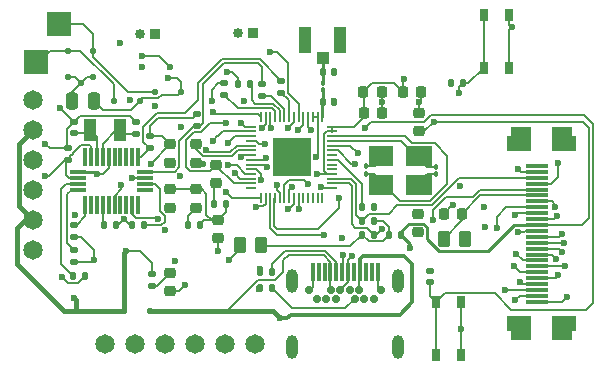
<source format=gbr>
%TF.GenerationSoftware,KiCad,Pcbnew,8.0.8*%
%TF.CreationDate,2025-02-18T14:14:41-08:00*%
%TF.ProjectId,OuterBoard_rev3.1,4f757465-7242-46f6-9172-645f72657633,rev?*%
%TF.SameCoordinates,Original*%
%TF.FileFunction,Copper,L1,Top*%
%TF.FilePolarity,Positive*%
%FSLAX46Y46*%
G04 Gerber Fmt 4.6, Leading zero omitted, Abs format (unit mm)*
G04 Created by KiCad (PCBNEW 8.0.8) date 2025-02-18 14:14:41*
%MOMM*%
%LPD*%
G01*
G04 APERTURE LIST*
G04 Aperture macros list*
%AMRoundRect*
0 Rectangle with rounded corners*
0 $1 Rounding radius*
0 $2 $3 $4 $5 $6 $7 $8 $9 X,Y pos of 4 corners*
0 Add a 4 corners polygon primitive as box body*
4,1,4,$2,$3,$4,$5,$6,$7,$8,$9,$2,$3,0*
0 Add four circle primitives for the rounded corners*
1,1,$1+$1,$2,$3*
1,1,$1+$1,$4,$5*
1,1,$1+$1,$6,$7*
1,1,$1+$1,$8,$9*
0 Add four rect primitives between the rounded corners*
20,1,$1+$1,$2,$3,$4,$5,0*
20,1,$1+$1,$4,$5,$6,$7,0*
20,1,$1+$1,$6,$7,$8,$9,0*
20,1,$1+$1,$8,$9,$2,$3,0*%
%AMFreePoly0*
4,1,17,1.053536,0.803536,1.055000,0.800000,1.055000,-1.150000,1.053536,-1.153536,1.050000,-1.155000,-0.250000,-1.155000,-0.253536,-1.153536,-0.255000,-1.150000,-0.255000,-0.805000,-1.050000,-0.805000,-1.053536,-0.803536,-1.055000,-0.800000,-1.055000,0.800000,-1.053536,0.803536,-1.050000,0.805000,1.050000,0.805000,1.053536,0.803536,1.053536,0.803536,$1*%
%AMFreePoly1*
4,1,17,1.053536,0.803536,1.055000,0.800000,1.055000,-0.800000,1.053536,-0.803536,1.050000,-0.805000,0.255000,-0.805000,0.255000,-1.150000,0.253536,-1.153536,0.250000,-1.155000,-1.050000,-1.155000,-1.053536,-1.153536,-1.055000,-1.150000,-1.055000,0.800000,-1.053536,0.803536,-1.050000,0.805000,1.050000,0.805000,1.053536,0.803536,1.053536,0.803536,$1*%
G04 Aperture macros list end*
%TA.AperFunction,SMDPad,CuDef*%
%ADD10RoundRect,0.225000X-0.225000X-0.250000X0.225000X-0.250000X0.225000X0.250000X-0.225000X0.250000X0*%
%TD*%
%TA.AperFunction,ComponentPad*%
%ADD11C,1.650000*%
%TD*%
%TA.AperFunction,SMDPad,CuDef*%
%ADD12RoundRect,0.100000X0.100000X-0.130000X0.100000X0.130000X-0.100000X0.130000X-0.100000X-0.130000X0*%
%TD*%
%TA.AperFunction,SMDPad,CuDef*%
%ADD13RoundRect,0.140000X-0.170000X0.140000X-0.170000X-0.140000X0.170000X-0.140000X0.170000X0.140000X0*%
%TD*%
%TA.AperFunction,SMDPad,CuDef*%
%ADD14RoundRect,0.225000X0.250000X-0.225000X0.250000X0.225000X-0.250000X0.225000X-0.250000X-0.225000X0*%
%TD*%
%TA.AperFunction,SMDPad,CuDef*%
%ADD15RoundRect,0.140000X0.170000X-0.140000X0.170000X0.140000X-0.170000X0.140000X-0.170000X-0.140000X0*%
%TD*%
%TA.AperFunction,SMDPad,CuDef*%
%ADD16RoundRect,0.225000X-0.250000X0.225000X-0.250000X-0.225000X0.250000X-0.225000X0.250000X0.225000X0*%
%TD*%
%TA.AperFunction,SMDPad,CuDef*%
%ADD17R,1.050000X2.200000*%
%TD*%
%TA.AperFunction,SMDPad,CuDef*%
%ADD18R,1.050000X1.000000*%
%TD*%
%TA.AperFunction,SMDPad,CuDef*%
%ADD19R,0.350000X1.620000*%
%TD*%
%TA.AperFunction,ComponentPad*%
%ADD20C,0.700000*%
%TD*%
%TA.AperFunction,ComponentPad*%
%ADD21O,1.000000X2.000000*%
%TD*%
%TA.AperFunction,SMDPad,CuDef*%
%ADD22RoundRect,0.135000X0.135000X0.185000X-0.135000X0.185000X-0.135000X-0.185000X0.135000X-0.185000X0*%
%TD*%
%TA.AperFunction,SMDPad,CuDef*%
%ADD23RoundRect,0.218750X0.256250X-0.218750X0.256250X0.218750X-0.256250X0.218750X-0.256250X-0.218750X0*%
%TD*%
%TA.AperFunction,SMDPad,CuDef*%
%ADD24RoundRect,0.135000X-0.135000X-0.185000X0.135000X-0.185000X0.135000X0.185000X-0.135000X0.185000X0*%
%TD*%
%TA.AperFunction,SMDPad,CuDef*%
%ADD25R,1.968000X0.312000*%
%TD*%
%TA.AperFunction,SMDPad,CuDef*%
%ADD26R,1.968000X0.300000*%
%TD*%
%TA.AperFunction,SMDPad,CuDef*%
%ADD27FreePoly0,270.000000*%
%TD*%
%TA.AperFunction,SMDPad,CuDef*%
%ADD28FreePoly0,90.000000*%
%TD*%
%TA.AperFunction,SMDPad,CuDef*%
%ADD29FreePoly1,90.000000*%
%TD*%
%TA.AperFunction,SMDPad,CuDef*%
%ADD30FreePoly1,270.000000*%
%TD*%
%TA.AperFunction,SMDPad,CuDef*%
%ADD31RoundRect,0.100000X-0.100000X0.130000X-0.100000X-0.130000X0.100000X-0.130000X0.100000X0.130000X0*%
%TD*%
%TA.AperFunction,SMDPad,CuDef*%
%ADD32RoundRect,0.125000X-0.125000X0.125000X-0.125000X-0.125000X0.125000X-0.125000X0.125000X0.125000X0*%
%TD*%
%TA.AperFunction,SMDPad,CuDef*%
%ADD33RoundRect,0.135000X0.185000X-0.135000X0.185000X0.135000X-0.185000X0.135000X-0.185000X-0.135000X0*%
%TD*%
%TA.AperFunction,SMDPad,CuDef*%
%ADD34RoundRect,0.125000X0.125000X0.125000X-0.125000X0.125000X-0.125000X-0.125000X0.125000X-0.125000X0*%
%TD*%
%TA.AperFunction,SMDPad,CuDef*%
%ADD35RoundRect,0.218750X-0.256250X0.218750X-0.256250X-0.218750X0.256250X-0.218750X0.256250X0.218750X0*%
%TD*%
%TA.AperFunction,SMDPad,CuDef*%
%ADD36RoundRect,0.250000X0.262500X0.450000X-0.262500X0.450000X-0.262500X-0.450000X0.262500X-0.450000X0*%
%TD*%
%TA.AperFunction,SMDPad,CuDef*%
%ADD37RoundRect,0.140000X-0.140000X-0.170000X0.140000X-0.170000X0.140000X0.170000X-0.140000X0.170000X0*%
%TD*%
%TA.AperFunction,ComponentPad*%
%ADD38R,2.000000X2.000000*%
%TD*%
%TA.AperFunction,ComponentPad*%
%ADD39R,0.850000X0.850000*%
%TD*%
%TA.AperFunction,ComponentPad*%
%ADD40C,0.850000*%
%TD*%
%TA.AperFunction,SMDPad,CuDef*%
%ADD41RoundRect,0.140000X0.140000X0.170000X-0.140000X0.170000X-0.140000X-0.170000X0.140000X-0.170000X0*%
%TD*%
%TA.AperFunction,SMDPad,CuDef*%
%ADD42R,0.300000X1.494000*%
%TD*%
%TA.AperFunction,SMDPad,CuDef*%
%ADD43R,1.456000X0.300000*%
%TD*%
%TA.AperFunction,SMDPad,CuDef*%
%ADD44RoundRect,0.135000X-0.185000X0.135000X-0.185000X-0.135000X0.185000X-0.135000X0.185000X0.135000X0*%
%TD*%
%TA.AperFunction,SMDPad,CuDef*%
%ADD45R,2.294000X1.682000*%
%TD*%
%TA.AperFunction,SMDPad,CuDef*%
%ADD46R,2.040000X1.682000*%
%TD*%
%TA.AperFunction,SMDPad,CuDef*%
%ADD47RoundRect,0.125000X-0.125000X-0.125000X0.125000X-0.125000X0.125000X0.125000X-0.125000X0.125000X0*%
%TD*%
%TA.AperFunction,SMDPad,CuDef*%
%ADD48R,1.100000X1.900000*%
%TD*%
%TA.AperFunction,SMDPad,CuDef*%
%ADD49RoundRect,0.250000X0.250000X0.475000X-0.250000X0.475000X-0.250000X-0.475000X0.250000X-0.475000X0*%
%TD*%
%TA.AperFunction,SMDPad,CuDef*%
%ADD50R,0.711200X0.990600*%
%TD*%
%TA.AperFunction,SMDPad,CuDef*%
%ADD51RoundRect,0.225000X0.225000X0.250000X-0.225000X0.250000X-0.225000X-0.250000X0.225000X-0.250000X0*%
%TD*%
%TA.AperFunction,SMDPad,CuDef*%
%ADD52RoundRect,0.050000X-0.050000X0.387500X-0.050000X-0.387500X0.050000X-0.387500X0.050000X0.387500X0*%
%TD*%
%TA.AperFunction,SMDPad,CuDef*%
%ADD53RoundRect,0.050000X-0.387500X0.050000X-0.387500X-0.050000X0.387500X-0.050000X0.387500X0.050000X0*%
%TD*%
%TA.AperFunction,HeatsinkPad*%
%ADD54R,3.200000X3.200000*%
%TD*%
%TA.AperFunction,ViaPad*%
%ADD55C,0.600000*%
%TD*%
%TA.AperFunction,Conductor*%
%ADD56C,0.200000*%
%TD*%
%TA.AperFunction,Conductor*%
%ADD57C,0.254000*%
%TD*%
%TA.AperFunction,Conductor*%
%ADD58C,0.400000*%
%TD*%
%TA.AperFunction,Conductor*%
%ADD59C,0.300000*%
%TD*%
G04 APERTURE END LIST*
D10*
%TO.P,C32,1*%
%TO.N,+3.3V*%
X137464200Y-82677000D03*
%TO.P,C32,2*%
%TO.N,GND*%
X139014200Y-82677000D03*
%TD*%
D11*
%TO.P,J2,1*%
%TO.N,GPIO45*%
X115620800Y-104013000D03*
%TO.P,J2,2*%
%TO.N,GPIO46*%
X118160800Y-104013000D03*
%TO.P,J2,3*%
%TO.N,IO21{slash}USER_LED*%
X120700800Y-104013000D03*
%TO.P,J2,4*%
%TO.N,D10{slash}A10{slash}MOSI*%
X123240800Y-104013000D03*
%TO.P,J2,5*%
%TO.N,D9{slash}A9{slash}MISO*%
X125780800Y-104013000D03*
%TO.P,J2,6*%
%TO.N,D8{slash}A8{slash}SCK*%
X128320800Y-104013000D03*
%TD*%
D12*
%TO.P,C43,1*%
%TO.N,Net-(U9-XTAL_P)*%
X137693400Y-89626400D03*
%TO.P,C43,2*%
%TO.N,GND*%
X137693400Y-88986400D03*
%TD*%
D13*
%TO.P,R13,1*%
%TO.N,+3.3V*%
X143078200Y-97868800D03*
%TO.P,R13,2*%
%TO.N,CHIP_EN*%
X143078200Y-98828800D03*
%TD*%
D14*
%TO.P,C9,1*%
%TO.N,+2V8*%
X142138400Y-86030400D03*
%TO.P,C9,2*%
%TO.N,GND*%
X142138400Y-84480400D03*
%TD*%
D15*
%TO.P,C31,1*%
%TO.N,Net-(U8-XOUT32)*%
X118217000Y-86230400D03*
%TO.P,C31,2*%
%TO.N,GND*%
X118217000Y-85270400D03*
%TD*%
D16*
%TO.P,C40,1*%
%TO.N,+3.3V*%
X123266200Y-87144600D03*
%TO.P,C40,2*%
%TO.N,GND*%
X123266200Y-88694600D03*
%TD*%
D17*
%TO.P,ANT1,GND1*%
%TO.N,GND*%
X132535000Y-78335000D03*
%TO.P,ANT1,GND2*%
X135485000Y-78335000D03*
D18*
%TO.P,ANT1,SIG*%
%TO.N,Net-(ANT1-PadSIG)*%
X134010000Y-79860000D03*
%TD*%
D16*
%TO.P,C39,1*%
%TO.N,+3.3V*%
X121132600Y-87144600D03*
%TO.P,C39,2*%
%TO.N,GND*%
X121132600Y-88694600D03*
%TD*%
D19*
%TO.P,J42,A1,GND*%
%TO.N,GND*%
X133178400Y-97933000D03*
%TO.P,J42,A2,SSTXP1*%
%TO.N,unconnected-(J42-SSTXP1-PadA2)*%
X133678400Y-97933000D03*
%TO.P,J42,A3,SSTXN1*%
%TO.N,unconnected-(J42-SSTXN1-PadA3)*%
X134178400Y-97933000D03*
%TO.P,J42,A4,VBUS*%
%TO.N,+5V*%
X134678400Y-97933000D03*
%TO.P,J42,A5,CC1*%
%TO.N,Net-(J42-CC1)*%
X135178400Y-97933000D03*
%TO.P,J42,A6,DP1*%
%TO.N,USB_DP*%
X135678400Y-97933000D03*
%TO.P,J42,A7,DN1*%
%TO.N,USB_DN*%
X136178400Y-97933000D03*
%TO.P,J42,A8,SBU1*%
%TO.N,unconnected-(J42-SBU1-PadA8)*%
X136678400Y-97933000D03*
%TO.P,J42,A9,VBUS__1*%
%TO.N,+5V*%
X137178400Y-97933000D03*
%TO.P,J42,A10,SSRXN2*%
%TO.N,unconnected-(J42-SSRXN2-PadA10)*%
X137678400Y-97933000D03*
%TO.P,J42,A11,SSRXP2*%
%TO.N,unconnected-(J42-SSRXP2-PadA11)*%
X138178400Y-97933000D03*
%TO.P,J42,A12,GND__1*%
%TO.N,GND*%
X138678400Y-97933000D03*
D20*
%TO.P,J42,B1,GND__2*%
X138978400Y-99503000D03*
%TO.P,J42,B2,SSTXP2*%
%TO.N,unconnected-(J42-SSTXP2-PadB2)*%
X138328400Y-100203000D03*
%TO.P,J42,B3,SSTXN2*%
%TO.N,unconnected-(J42-SSTXN2-PadB3)*%
X137528400Y-100203000D03*
%TO.P,J42,B4,VBUS__2*%
%TO.N,+5V*%
X137128400Y-99503000D03*
%TO.P,J42,B5,CC2*%
%TO.N,Net-(J42-CC2)*%
X136728400Y-100203000D03*
%TO.P,J42,B6,DP2*%
%TO.N,USB_DP*%
X136328400Y-99503000D03*
%TO.P,J42,B7,DN2*%
%TO.N,USB_DN*%
X135528400Y-99503000D03*
%TO.P,J42,B8,SBU2*%
%TO.N,unconnected-(J42-SBU2-PadB8)*%
X135128400Y-100203000D03*
%TO.P,J42,B9,VBUS__3*%
%TO.N,+5V*%
X134728400Y-99503000D03*
%TO.P,J42,B10,SSRXN1*%
%TO.N,unconnected-(J42-SSRXN1-PadB10)*%
X134328400Y-100203000D03*
%TO.P,J42,B11,SSRXP1*%
%TO.N,unconnected-(J42-SSRXP1-PadB11)*%
X133528400Y-100203000D03*
%TO.P,J42,B12,GND__3*%
%TO.N,GND*%
X132878400Y-99503000D03*
D21*
%TO.P,J42,SH1,SHIELD*%
X131428400Y-98703000D03*
%TO.P,J42,SH2,SHIELD__1*%
X140428400Y-98703000D03*
%TO.P,J42,SH3,SHIELD__2*%
X131428400Y-104303000D03*
%TO.P,J42,SH4,SHIELD__3*%
X140428400Y-104303000D03*
%TD*%
D22*
%TO.P,R21,1*%
%TO.N,Net-(J42-CC2)*%
X129743200Y-99314000D03*
%TO.P,R21,2*%
%TO.N,GND*%
X128723200Y-99314000D03*
%TD*%
D23*
%TO.P,D8,1,K*%
%TO.N,GND*%
X121107200Y-99568100D03*
%TO.P,D8,2,A*%
%TO.N,Net-(D8-A)*%
X121107200Y-97993100D03*
%TD*%
D16*
%TO.P,C37,1*%
%TO.N,+3.3V*%
X125145800Y-93560600D03*
%TO.P,C37,2*%
%TO.N,GND*%
X125145800Y-95110600D03*
%TD*%
D24*
%TO.P,R6,1*%
%TO.N,Net-(R6-Pad1)*%
X139670600Y-94818200D03*
%TO.P,R6,2*%
%TO.N,+2V8*%
X140690600Y-94818200D03*
%TD*%
D25*
%TO.P,J10,1,1*%
%TO.N,unconnected-(J10-Pad1)*%
X152171500Y-88972600D03*
D26*
%TO.P,J10,2,2*%
%TO.N,GND*%
X152171500Y-89466600D03*
%TO.P,J10,3,3*%
%TO.N,MTDO{slash}IO40{slash}CAM_SDA*%
X152171500Y-89966600D03*
%TO.P,J10,4,4*%
%TO.N,Net-(FB1-Pad2)*%
X152171500Y-90466600D03*
%TO.P,J10,5,5*%
%TO.N,MTCK{slash}IO39{slash}CAM_SCL*%
X152171500Y-90966600D03*
%TO.P,J10,6,6*%
%TO.N,CAM_RESET*%
X152171500Y-91466600D03*
%TO.P,J10,7,7*%
%TO.N,IO38{slash}DVP_VSYNC*%
X152171500Y-91966600D03*
%TO.P,J10,8,8*%
%TO.N,Net-(J10-Pad8)*%
X152171500Y-92466600D03*
%TO.P,J10,9,9*%
%TO.N,IO47{slash}DVP_HREF*%
X152171500Y-92966600D03*
%TO.P,J10,10,10*%
%TO.N,+1V8*%
X152171500Y-93466600D03*
%TO.P,J10,11,11*%
%TO.N,+2V8*%
X152171500Y-93966600D03*
%TO.P,J10,12,12*%
%TO.N,IO48{slash}DVP_Y9*%
X152171500Y-94466600D03*
%TO.P,J10,13,13*%
%TO.N,IO10{slash}XMCLK*%
X152171500Y-94966600D03*
%TO.P,J10,14,14*%
%TO.N,IO11{slash}DVP_Y8*%
X152171500Y-95466600D03*
%TO.P,J10,15,15*%
%TO.N,GND*%
X152171500Y-95966600D03*
%TO.P,J10,16,16*%
%TO.N,IO12{slash}DVP_Y7*%
X152171500Y-96466600D03*
%TO.P,J10,17,17*%
%TO.N,IO13{slash}DVP_PCLK*%
X152171500Y-96966600D03*
%TO.P,J10,18,18*%
%TO.N,IO14{slash}DVP_Y6*%
X152171500Y-97466600D03*
%TO.P,J10,19,19*%
%TO.N,IO15{slash}DVP_Y2*%
X152171500Y-97966600D03*
%TO.P,J10,20,20*%
%TO.N,IO16{slash}DVP_Y5*%
X152171500Y-98466600D03*
%TO.P,J10,21,21*%
%TO.N,IO17{slash}DVP_Y3*%
X152171500Y-98966600D03*
%TO.P,J10,22,22*%
%TO.N,IO18{slash}DVP_Y4*%
X152171500Y-99466600D03*
%TO.P,J10,23,23*%
%TO.N,GND*%
X152171500Y-99966600D03*
%TO.P,J10,24,24*%
%TO.N,Net-(D7-K)*%
X152171500Y-100466600D03*
D27*
%TO.P,J10,S1*%
%TO.N,N/C*%
X150787500Y-86716600D03*
D28*
X154298500Y-102717600D03*
D29*
%TO.P,J10,S2*%
X154298500Y-86717600D03*
D30*
X150787500Y-102716600D03*
%TD*%
D31*
%TO.P,C45,1*%
%TO.N,Net-(U9-XTAL_N)*%
X143586200Y-89037200D03*
%TO.P,C45,2*%
%TO.N,GND*%
X143586200Y-89677200D03*
%TD*%
D32*
%TO.P,D2,1,K*%
%TO.N,Net-(D2-K)*%
X114554000Y-79222600D03*
%TO.P,D2,2,A*%
%TO.N,GNDPWR*%
X114554000Y-81422600D03*
%TD*%
D33*
%TO.P,R3,1*%
%TO.N,D3{slash}A3*%
X128879600Y-83009200D03*
%TO.P,R3,2*%
%TO.N,BNO_SCL*%
X128879600Y-81989200D03*
%TD*%
D10*
%TO.P,C42,1*%
%TO.N,+3.3V*%
X137502600Y-84505800D03*
%TO.P,C42,2*%
%TO.N,GND*%
X139052600Y-84505800D03*
%TD*%
D34*
%TO.P,D3,1,K*%
%TO.N,VCC*%
X118516400Y-83464400D03*
%TO.P,D3,2,A*%
%TO.N,Net-(D1-K)*%
X116316400Y-83464400D03*
%TD*%
D33*
%TO.P,R20,1*%
%TO.N,D5{slash}I2C_SCL*%
X125704600Y-82983800D03*
%TO.P,R20,2*%
%TO.N,BNO_RST*%
X125704600Y-81963800D03*
%TD*%
D22*
%TO.P,R7,1*%
%TO.N,Net-(R6-Pad1)*%
X138379200Y-93624400D03*
%TO.P,R7,2*%
%TO.N,MTDO{slash}IO40{slash}CAM_SDA*%
X137359200Y-93624400D03*
%TD*%
%TO.P,R26,1*%
%TO.N,Net-(J42-CC1)*%
X129743200Y-97967800D03*
%TO.P,R26,2*%
%TO.N,GND*%
X128723200Y-97967800D03*
%TD*%
D35*
%TO.P,D9,1,K*%
%TO.N,IO21{slash}USER_LED*%
X124993400Y-88849200D03*
%TO.P,D9,2,A*%
%TO.N,Net-(D9-A)*%
X124993400Y-90424200D03*
%TD*%
D15*
%TO.P,C30,1*%
%TO.N,Net-(U8-XIN32)*%
X112933800Y-86207600D03*
%TO.P,C30,2*%
%TO.N,GND*%
X112933800Y-85247600D03*
%TD*%
D36*
%TO.P,R8,1*%
%TO.N,Net-(R6-Pad1)*%
X128832500Y-95680000D03*
%TO.P,R8,2*%
%TO.N,+3.3V*%
X127007500Y-95680000D03*
%TD*%
D37*
%TO.P,C29,1*%
%TO.N,Net-(U8-CAP)*%
X115521800Y-94005400D03*
%TO.P,C29,2*%
%TO.N,GND*%
X116481800Y-94005400D03*
%TD*%
D38*
%TO.P,TP1,1,1*%
%TO.N,Net-(D1-K)*%
X109728000Y-80137000D03*
%TD*%
D39*
%TO.P,J3,1,1*%
%TO.N,+BATT1*%
X119837200Y-77800200D03*
D40*
%TO.P,J3,2,2*%
%TO.N,GNDPWR*%
X118587200Y-77800200D03*
%TD*%
D41*
%TO.P,C41,1*%
%TO.N,+3.3V*%
X123593800Y-93954600D03*
%TO.P,C41,2*%
%TO.N,GND*%
X122633800Y-93954600D03*
%TD*%
D16*
%TO.P,C36,1*%
%TO.N,+3.3V*%
X121132600Y-90954600D03*
%TO.P,C36,2*%
%TO.N,GND*%
X121132600Y-92504600D03*
%TD*%
D22*
%TO.P,R22,1*%
%TO.N,+3.3V*%
X113893600Y-98272600D03*
%TO.P,R22,2*%
%TO.N,Net-(U8-NBOOT_LOAD_PIN)*%
X112873600Y-98272600D03*
%TD*%
D24*
%TO.P,R31,1*%
%TO.N,Net-(U9-U0TXD)*%
X137361200Y-92456000D03*
%TO.P,R31,2*%
%TO.N,TX_D6*%
X138381200Y-92456000D03*
%TD*%
D14*
%TO.P,C18,1*%
%TO.N,+3.3V*%
X142087600Y-94577200D03*
%TO.P,C18,2*%
%TO.N,GND*%
X142087600Y-93027200D03*
%TD*%
D24*
%TO.P,R9,1*%
%TO.N,Net-(R6-Pad1)*%
X137361200Y-94792800D03*
%TO.P,R9,2*%
%TO.N,MTCK{slash}IO39{slash}CAM_SCL*%
X138381200Y-94792800D03*
%TD*%
D36*
%TO.P,R10,1*%
%TO.N,+3.3V*%
X146098900Y-95123000D03*
%TO.P,R10,2*%
%TO.N,CAM_RESET*%
X144273900Y-95123000D03*
%TD*%
D39*
%TO.P,J4,1,1*%
%TO.N,+BATT2*%
X128117600Y-77749400D03*
D40*
%TO.P,J4,2,2*%
%TO.N,GNDPWR*%
X126867600Y-77749400D03*
%TD*%
D37*
%TO.P,R14,1*%
%TO.N,+3.3V*%
X144909600Y-81965800D03*
%TO.P,R14,2*%
%TO.N,GPIO0*%
X145869600Y-81965800D03*
%TD*%
D38*
%TO.P,TP2,1,1*%
%TO.N,Net-(D2-K)*%
X111683800Y-76962000D03*
%TD*%
D22*
%TO.P,R18,1*%
%TO.N,Net-(U8-COM3)*%
X118924800Y-94005400D03*
%TO.P,R18,2*%
%TO.N,GND*%
X117904800Y-94005400D03*
%TD*%
D42*
%TO.P,U8,1*%
%TO.N,N/C*%
X113900200Y-88184200D03*
D43*
%TO.P,U8,2,GND*%
%TO.N,GND*%
X113322200Y-89481200D03*
%TO.P,U8,3,VDD*%
%TO.N,+3.3V*%
X113322200Y-89981200D03*
%TO.P,U8,4,NBOOT_LOAD_PIN*%
%TO.N,Net-(U8-NBOOT_LOAD_PIN)*%
X113322200Y-90481200D03*
%TO.P,U8,5,PS1*%
%TO.N,Net-(U8-PS1)*%
X113322200Y-90981200D03*
D42*
%TO.P,U8,6,PS0*%
%TO.N,Net-(U8-PS0)*%
X113900200Y-92278200D03*
%TO.P,U8,7*%
%TO.N,N/C*%
X114400200Y-92278200D03*
%TO.P,U8,8*%
X114900200Y-92278200D03*
%TO.P,U8,9,CAP*%
%TO.N,Net-(U8-CAP)*%
X115400200Y-92278200D03*
%TO.P,U8,10,PIN10*%
%TO.N,unconnected-(U8-PIN10-Pad10)*%
X115900200Y-92278200D03*
%TO.P,U8,11,NRESET*%
%TO.N,BNO_RST*%
X116400200Y-92278200D03*
%TO.P,U8,12*%
%TO.N,N/C*%
X116900200Y-92278200D03*
%TO.P,U8,13*%
X117400200Y-92278200D03*
%TO.P,U8,14,INT*%
%TO.N,BNO_INT*%
X117900200Y-92278200D03*
%TO.P,U8,15,PIN15*%
%TO.N,unconnected-(U8-PIN15-Pad15)*%
X118400200Y-92278200D03*
D43*
%TO.P,U8,16,PIN16*%
%TO.N,unconnected-(U8-PIN16-Pad16)*%
X118978200Y-90981200D03*
%TO.P,U8,17,COM3*%
%TO.N,Net-(U8-COM3)*%
X118978200Y-90481200D03*
%TO.P,U8,18,COM2*%
%TO.N,GND*%
X118978200Y-89981200D03*
%TO.P,U8,19,COM1*%
%TO.N,BNO_SCL*%
X118978200Y-89481200D03*
D42*
%TO.P,U8,20,COM0*%
%TO.N,BNO_SDA*%
X118400200Y-88184200D03*
%TO.P,U8,21*%
%TO.N,N/C*%
X117900200Y-88184200D03*
%TO.P,U8,22*%
X117400200Y-88184200D03*
%TO.P,U8,23*%
X116900200Y-88184200D03*
%TO.P,U8,24*%
X116400200Y-88184200D03*
%TO.P,U8,25,GNDIO*%
%TO.N,GND*%
X115900200Y-88184200D03*
%TO.P,U8,26,XOUT32*%
%TO.N,Net-(U8-XOUT32)*%
X115400200Y-88184200D03*
%TO.P,U8,27,XIN32*%
%TO.N,Net-(U8-XIN32)*%
X114900200Y-88184200D03*
%TO.P,U8,28,VDDIO*%
%TO.N,+3.3V*%
X114400200Y-88184200D03*
%TD*%
D12*
%TO.P,L1,1,1*%
%TO.N,Net-(U9-LNA_IN)*%
X134010000Y-82580000D03*
%TO.P,L1,2,2*%
%TO.N,Net-(ANT1-PadSIG)*%
X134010000Y-81940000D03*
%TD*%
D24*
%TO.P,R15,1*%
%TO.N,Net-(D9-A)*%
X124837000Y-92202000D03*
%TO.P,R15,2*%
%TO.N,+3.3V*%
X125857000Y-92202000D03*
%TD*%
D44*
%TO.P,R16,1*%
%TO.N,Net-(U8-PS1)*%
X112953800Y-96060800D03*
%TO.P,R16,2*%
%TO.N,GND*%
X112953800Y-97080800D03*
%TD*%
D45*
%TO.P,Y2,1,1*%
%TO.N,Net-(U9-XTAL_N)*%
X142155800Y-88158400D03*
D46*
%TO.P,Y2,2,GND*%
%TO.N,GND*%
X138988800Y-88158400D03*
%TO.P,Y2,3,3*%
%TO.N,Net-(U9-XTAL_P)*%
X138988800Y-90540400D03*
D45*
%TO.P,Y2,4,GND*%
%TO.N,GND*%
X142155800Y-90540400D03*
%TD*%
D22*
%TO.P,R2,1*%
%TO.N,D4{slash}I2C_SDA*%
X127840200Y-81991200D03*
%TO.P,R2,2*%
%TO.N,BNO_INT*%
X126820200Y-81991200D03*
%TD*%
D32*
%TO.P,D1,1,K*%
%TO.N,Net-(D1-K)*%
X112420400Y-79222600D03*
%TO.P,D1,2,A*%
%TO.N,GNDPWR*%
X112420400Y-81422600D03*
%TD*%
D37*
%TO.P,C35,1*%
%TO.N,Net-(U9-LNA_IN)*%
X134015600Y-83515200D03*
%TO.P,C35,2*%
%TO.N,GND*%
X134975600Y-83515200D03*
%TD*%
D33*
%TO.P,R23,1*%
%TO.N,Net-(D8-A)*%
X119583200Y-99114800D03*
%TO.P,R23,2*%
%TO.N,VDC*%
X119583200Y-98094800D03*
%TD*%
D10*
%TO.P,C17,1*%
%TO.N,+3.3V*%
X140779200Y-82677000D03*
%TO.P,C17,2*%
%TO.N,GND*%
X142329200Y-82677000D03*
%TD*%
D33*
%TO.P,R19,1*%
%TO.N,D2{slash}A2*%
X130530600Y-82755200D03*
%TO.P,R19,2*%
%TO.N,BNO_SDA*%
X130530600Y-81735200D03*
%TD*%
D47*
%TO.P,D5,1,K*%
%TO.N,VDC*%
X117162400Y-101244400D03*
%TO.P,D5,2,A*%
%TO.N,+5V*%
X119362400Y-101244400D03*
%TD*%
D44*
%TO.P,R17,1*%
%TO.N,Net-(U8-PS0)*%
X112953800Y-93927200D03*
%TO.P,R17,2*%
%TO.N,GND*%
X112953800Y-94947200D03*
%TD*%
D48*
%TO.P,Y1,1*%
%TO.N,Net-(U8-XOUT32)*%
X116820000Y-85928200D03*
%TO.P,Y1,2*%
%TO.N,Net-(U8-XIN32)*%
X114320000Y-85928200D03*
%TD*%
D49*
%TO.P,C1,1*%
%TO.N,VCC*%
X114691200Y-83464400D03*
%TO.P,C1,2*%
%TO.N,GNDPWR*%
X112791200Y-83464400D03*
%TD*%
D50*
%TO.P,SW3,1,1*%
%TO.N,CHIP_EN*%
X143611600Y-105003600D03*
%TO.P,SW3,2,2*%
X143611600Y-100503598D03*
%TO.P,SW3,3,3*%
%TO.N,GND*%
X145761598Y-105003600D03*
%TO.P,SW3,4,4*%
X145761598Y-100503598D03*
%TD*%
D37*
%TO.P,C33,1*%
%TO.N,Net-(ANT1-PadSIG)*%
X134015600Y-81000000D03*
%TO.P,C33,2*%
%TO.N,GND*%
X134975600Y-81000000D03*
%TD*%
D34*
%TO.P,D4,1,K*%
%TO.N,VCC*%
X121996200Y-82727800D03*
%TO.P,D4,2,A*%
%TO.N,Net-(D2-K)*%
X119796200Y-82727800D03*
%TD*%
D44*
%TO.P,R12,1*%
%TO.N,+3.3V*%
X119380000Y-86459600D03*
%TO.P,R12,2*%
%TO.N,BNO_SDA*%
X119380000Y-87479600D03*
%TD*%
D50*
%TO.P,SW1,1,1*%
%TO.N,GPIO0*%
X147667401Y-80659801D03*
%TO.P,SW1,2,2*%
X147667401Y-76159799D03*
%TO.P,SW1,3,3*%
%TO.N,GND*%
X149817399Y-80659801D03*
%TO.P,SW1,4,4*%
X149817399Y-76159799D03*
%TD*%
D16*
%TO.P,C34,1*%
%TO.N,+3.3V*%
X123266200Y-90954600D03*
%TO.P,C34,2*%
%TO.N,GND*%
X123266200Y-92504600D03*
%TD*%
D44*
%TO.P,R11,1*%
%TO.N,+3.3V*%
X123342400Y-84556600D03*
%TO.P,R11,2*%
%TO.N,BNO_SCL*%
X123342400Y-85576600D03*
%TD*%
D15*
%TO.P,C28,1*%
%TO.N,+3.3V*%
X112420400Y-88440200D03*
%TO.P,C28,2*%
%TO.N,GND*%
X112420400Y-87480200D03*
%TD*%
D51*
%TO.P,C15,1*%
%TO.N,CAM_RESET*%
X145822000Y-93014800D03*
%TO.P,C15,2*%
%TO.N,GND*%
X144272000Y-93014800D03*
%TD*%
D11*
%TO.P,J1,1*%
%TO.N,GNDPWR*%
X109524800Y-96113600D03*
%TO.P,J1,2*%
%TO.N,VDC*%
X109524800Y-93573600D03*
%TO.P,J1,3*%
%TO.N,D1{slash}A1*%
X109524800Y-91033600D03*
%TO.P,J1,4*%
%TO.N,GNDPWR*%
X109524800Y-88493600D03*
%TO.P,J1,5*%
%TO.N,VDC*%
X109524800Y-85953600D03*
%TO.P,J1,6*%
%TO.N,D0{slash}A0*%
X109524800Y-83413600D03*
%TD*%
D52*
%TO.P,U9,1,LNA_IN*%
%TO.N,Net-(U9-LNA_IN)*%
X133987500Y-84811300D03*
%TO.P,U9,2,VDD3P3*%
%TO.N,Net-(C38-Pad1)*%
X133587500Y-84811300D03*
%TO.P,U9,3,VDD3P3*%
X133187500Y-84811300D03*
%TO.P,U9,4,CHIP_PU*%
%TO.N,CHIP_EN*%
X132787500Y-84811300D03*
%TO.P,U9,5,GPIO0*%
%TO.N,GPIO0*%
X132387500Y-84811300D03*
%TO.P,U9,6,GPIO1*%
%TO.N,D0{slash}A0*%
X131987500Y-84811300D03*
%TO.P,U9,7,GPIO2*%
%TO.N,D1{slash}A1*%
X131587500Y-84811300D03*
%TO.P,U9,8,GPIO3*%
%TO.N,D2{slash}A2*%
X131187500Y-84811300D03*
%TO.P,U9,9,GPIO4*%
%TO.N,D3{slash}A3*%
X130787500Y-84811300D03*
%TO.P,U9,10,GPIO5*%
%TO.N,D4{slash}I2C_SDA*%
X130387500Y-84811300D03*
%TO.P,U9,11,GPIO6*%
%TO.N,D5{slash}I2C_SCL*%
X129987500Y-84811300D03*
%TO.P,U9,12,GPIO7*%
%TO.N,D8{slash}A8{slash}SCK*%
X129587500Y-84811300D03*
%TO.P,U9,13,GPIO8*%
%TO.N,D9{slash}A9{slash}MISO*%
X129187500Y-84811300D03*
%TO.P,U9,14,GPIO9*%
%TO.N,D10{slash}A10{slash}MOSI*%
X128787500Y-84811300D03*
D53*
%TO.P,U9,15,GPIO10*%
%TO.N,IO10{slash}XMCLK*%
X127950000Y-85648800D03*
%TO.P,U9,16,GPIO11*%
%TO.N,IO11{slash}DVP_Y8*%
X127950000Y-86048800D03*
%TO.P,U9,17,GPIO12*%
%TO.N,IO12{slash}DVP_Y7*%
X127950000Y-86448800D03*
%TO.P,U9,18,GPIO13*%
%TO.N,IO13{slash}DVP_PCLK*%
X127950000Y-86848800D03*
%TO.P,U9,19,GPIO14*%
%TO.N,IO14{slash}DVP_Y6*%
X127950000Y-87248800D03*
%TO.P,U9,20,VDD3P3_RTC*%
%TO.N,+3.3V*%
X127950000Y-87648800D03*
%TO.P,U9,21,XTAL_32K_P*%
%TO.N,IO15{slash}DVP_Y2*%
X127950000Y-88048800D03*
%TO.P,U9,22,XTAL_32K_N*%
%TO.N,IO16{slash}DVP_Y5*%
X127950000Y-88448800D03*
%TO.P,U9,23,GPIO17*%
%TO.N,IO17{slash}DVP_Y3*%
X127950000Y-88848800D03*
%TO.P,U9,24,GPIO18*%
%TO.N,IO18{slash}DVP_Y4*%
X127950000Y-89248800D03*
%TO.P,U9,25,GPIO19*%
%TO.N,USB_DN*%
X127950000Y-89648800D03*
%TO.P,U9,26,GPIO20*%
%TO.N,USB_DP*%
X127950000Y-90048800D03*
%TO.P,U9,27,GPIO21*%
%TO.N,IO21{slash}USER_LED*%
X127950000Y-90448800D03*
%TO.P,U9,28,SPICS1*%
%TO.N,unconnected-(U9-SPICS1-Pad28)*%
X127950000Y-90848800D03*
D52*
%TO.P,U9,29,VDD_SPI*%
%TO.N,VDD_SPI*%
X128787500Y-91686300D03*
%TO.P,U9,30,SPIHD*%
%TO.N,SPIHD*%
X129187500Y-91686300D03*
%TO.P,U9,31,SPIWP*%
%TO.N,SPIWP*%
X129587500Y-91686300D03*
%TO.P,U9,32,SPICS0*%
%TO.N,SPICS0*%
X129987500Y-91686300D03*
%TO.P,U9,33,SPICLK*%
%TO.N,SPICLK*%
X130387500Y-91686300D03*
%TO.P,U9,34,SPIQ*%
%TO.N,SPIQ*%
X130787500Y-91686300D03*
%TO.P,U9,35,SPID*%
%TO.N,SPID*%
X131187500Y-91686300D03*
%TO.P,U9,36,SPICLK_N*%
%TO.N,IO48{slash}DVP_Y9*%
X131587500Y-91686300D03*
%TO.P,U9,37,SPICLK_P*%
%TO.N,IO47{slash}DVP_HREF*%
X131987500Y-91686300D03*
%TO.P,U9,38,GPIO33*%
%TO.N,GPIO33*%
X132387500Y-91686300D03*
%TO.P,U9,39,GPIO34*%
%TO.N,GPIO34*%
X132787500Y-91686300D03*
%TO.P,U9,40,GPIO35*%
%TO.N,GPIO35*%
X133187500Y-91686300D03*
%TO.P,U9,41,GPIO36*%
%TO.N,GPIO36*%
X133587500Y-91686300D03*
%TO.P,U9,42,GPIO37*%
%TO.N,GPIO37*%
X133987500Y-91686300D03*
D53*
%TO.P,U9,43,GPIO38*%
%TO.N,IO38{slash}DVP_VSYNC*%
X134825000Y-90848800D03*
%TO.P,U9,44,MTCK*%
%TO.N,MTCK{slash}IO39{slash}CAM_SCL*%
X134825000Y-90448800D03*
%TO.P,U9,45,MTDO*%
%TO.N,MTDO{slash}IO40{slash}CAM_SDA*%
X134825000Y-90048800D03*
%TO.P,U9,46,VDD3P3_CPU*%
%TO.N,+3.3V*%
X134825000Y-89648800D03*
%TO.P,U9,47,MTDI*%
%TO.N,MTDI{slash}IO41{slash}PDM_DATA*%
X134825000Y-89248800D03*
%TO.P,U9,48,MTMS*%
%TO.N,MTMS{slash}IO42{slash}PDM_CLK*%
X134825000Y-88848800D03*
%TO.P,U9,49,U0TXD*%
%TO.N,Net-(U9-U0TXD)*%
X134825000Y-88448800D03*
%TO.P,U9,50,U0RXD*%
%TO.N,RX_D7*%
X134825000Y-88048800D03*
%TO.P,U9,51,GPIO45*%
%TO.N,GPIO45*%
X134825000Y-87648800D03*
%TO.P,U9,52,GPIO46*%
%TO.N,GPIO46*%
X134825000Y-87248800D03*
%TO.P,U9,53,XTAL_N*%
%TO.N,Net-(U9-XTAL_N)*%
X134825000Y-86848800D03*
%TO.P,U9,54,XTAL_P*%
%TO.N,Net-(U9-XTAL_P)*%
X134825000Y-86448800D03*
%TO.P,U9,55,VDDA*%
%TO.N,+3.3V*%
X134825000Y-86048800D03*
%TO.P,U9,56,VDDA*%
X134825000Y-85648800D03*
D54*
%TO.P,U9,57,GND*%
%TO.N,GND*%
X131387500Y-88248800D03*
%TD*%
D55*
%TO.N,GND*%
X147726400Y-94157800D03*
X114935000Y-89611200D03*
X121132600Y-92504600D03*
X142111489Y-93007223D03*
X121488200Y-97002600D03*
X145669000Y-90678000D03*
X154263252Y-96239441D03*
X123910000Y-88790000D03*
X120802400Y-88646600D03*
X110540800Y-87096600D03*
X150320000Y-100336400D03*
X145084800Y-92284600D03*
X150571200Y-89230200D03*
X113030000Y-93116400D03*
X128730000Y-97690000D03*
X142028800Y-90476900D03*
X147650200Y-92456000D03*
X117889684Y-89981291D03*
X123266200Y-92532200D03*
X131069477Y-88457575D03*
X111749000Y-84037600D03*
X139238800Y-88206400D03*
X122047000Y-85648800D03*
X128652394Y-99384806D03*
X135485000Y-78335000D03*
X132535000Y-78335000D03*
X134970000Y-80990000D03*
X134970000Y-83510000D03*
X114681000Y-96926400D03*
X125196600Y-96164400D03*
X122351800Y-99034600D03*
X135661400Y-95097600D03*
X139065000Y-83540600D03*
X117201071Y-93477539D03*
X145770600Y-102743000D03*
X121943122Y-89829707D03*
X142189200Y-83540600D03*
X150012400Y-77241400D03*
%TO.N,VCC*%
X120954800Y-81538800D03*
%TO.N,+2V8*%
X143408400Y-85242400D03*
X141452600Y-95885000D03*
%TO.N,VDC*%
X117396700Y-96139000D03*
X113004600Y-100152200D03*
X121107200Y-80568800D03*
X118688700Y-79618800D03*
%TO.N,Net-(D7-K)*%
X154686000Y-100101400D03*
%TO.N,+3.3V*%
X140944600Y-81584800D03*
X123266200Y-90954600D03*
X126100000Y-96920000D03*
X120802400Y-87096600D03*
X146098900Y-95123000D03*
X111988600Y-98348800D03*
X144909600Y-81965800D03*
X142087600Y-94589600D03*
X119483800Y-88793400D03*
X123153000Y-87031400D03*
X133527800Y-89662000D03*
X110515400Y-89814400D03*
X143078200Y-97866200D03*
%TO.N,+1V8*%
X153847800Y-93192600D03*
X120700800Y-94411800D03*
%TO.N,Net-(C38-Pad1)*%
X133444702Y-88239600D03*
%TO.N,+5V*%
X130429000Y-101879400D03*
%TO.N,IO21{slash}USER_LED*%
X125830000Y-85308799D03*
%TO.N,Net-(FB1-Pad2)*%
X153949400Y-88722200D03*
%TO.N,USB_DP*%
X135712200Y-96520000D03*
X126586400Y-89603665D03*
%TO.N,USB_DN*%
X136525000Y-96570800D03*
X125984000Y-88900000D03*
%TO.N,MTCK{slash}IO39{slash}CAM_SCL*%
X139013899Y-94285101D03*
X143370000Y-93550000D03*
%TO.N,IO38{slash}DVP_VSYNC*%
X133858000Y-90728800D03*
X153725086Y-92450272D03*
%TO.N,Net-(J10-Pad8)*%
X148742400Y-94183200D03*
%TO.N,IO47{slash}DVP_HREF*%
X131987500Y-92597090D03*
X150342600Y-93141800D03*
%TO.N,IO48{slash}DVP_Y9*%
X131054076Y-92574211D03*
X150520400Y-94564200D03*
%TO.N,IO10{slash}XMCLK*%
X127127615Y-85308799D03*
X154300000Y-94700000D03*
%TO.N,IO11{slash}DVP_Y8*%
X124715600Y-86848296D03*
X154440000Y-95490000D03*
%TO.N,IO12{slash}DVP_Y7*%
X153810000Y-96840000D03*
X125984000Y-87020400D03*
%TO.N,IO13{slash}DVP_PCLK*%
X129164567Y-87102167D03*
X150418800Y-96443800D03*
%TO.N,IO14{slash}DVP_Y6*%
X154514600Y-97455000D03*
X124160450Y-87606201D03*
%TO.N,IO15{slash}DVP_Y2*%
X127076200Y-88206000D03*
X150215600Y-97434400D03*
%TO.N,IO16{slash}DVP_Y5*%
X153970000Y-98240000D03*
X129235200Y-88288500D03*
%TO.N,IO17{slash}DVP_Y3*%
X129330301Y-89044545D03*
X150710000Y-98792400D03*
%TO.N,IO18{slash}DVP_Y4*%
X149450000Y-99441000D03*
X128839742Y-90170878D03*
%TO.N,CHIP_EN*%
X133030300Y-85939200D03*
X137591800Y-85725000D03*
%TO.N,BNO_INT*%
X120091200Y-93421200D03*
X125933200Y-81049800D03*
%TO.N,D1{slash}A1*%
X131108400Y-85750400D03*
%TO.N,D0{slash}A0*%
X129592400Y-79324200D03*
%TO.N,GPIO0*%
X131953000Y-85928200D03*
X145592800Y-82753200D03*
%TO.N,BNO_RST*%
X116967000Y-90601800D03*
X124661600Y-83439000D03*
%TO.N,D8{slash}A8{slash}SCK*%
X129641600Y-85750400D03*
%TO.N,D9{slash}A9{slash}MISO*%
X128843704Y-85733896D03*
%TO.N,D10{slash}A10{slash}MOSI*%
X124714000Y-84404200D03*
%TO.N,VDD_SPI*%
X125830000Y-91135200D03*
%TO.N,SPIHD*%
X128357314Y-92410849D03*
%TO.N,SPIWP*%
X134162800Y-94818200D03*
%TO.N,SPICS0*%
X135432900Y-91643200D03*
%TO.N,SPICLK*%
X130149600Y-90576400D03*
%TO.N,SPIQ*%
X132791200Y-90500200D03*
%TO.N,SPID*%
X131445000Y-90754200D03*
%TO.N,GNDPWR*%
X118688700Y-80568800D03*
X117668297Y-83398103D03*
X127345704Y-83494601D03*
X113583130Y-81940400D03*
X119820552Y-83885375D03*
X116890800Y-78536800D03*
%TO.N,GPIO45*%
X136753600Y-88773000D03*
%TO.N,GPIO46*%
X136982200Y-87884000D03*
%TD*%
D56*
%TO.N,GND*%
X145761598Y-105003600D02*
X145761598Y-102752002D01*
X131387500Y-88248800D02*
X131387500Y-88246300D01*
X111749000Y-84037600D02*
X111749000Y-84062800D01*
D57*
X142087600Y-93027200D02*
X142091512Y-93027200D01*
D56*
X149817399Y-77046399D02*
X150012400Y-77241400D01*
X116673210Y-94005400D02*
X116481800Y-94005400D01*
X150807600Y-89466600D02*
X150571200Y-89230200D01*
D57*
X114935000Y-89611200D02*
X114805000Y-89481200D01*
D56*
X150689800Y-99966600D02*
X152171500Y-99966600D01*
X131069477Y-88457575D02*
X131278252Y-88248800D01*
X122633800Y-93164600D02*
X123266200Y-92532200D01*
X123814600Y-88694600D02*
X123910000Y-88790000D01*
D57*
X134975600Y-83515200D02*
X134975200Y-83515200D01*
D56*
X142329200Y-83400600D02*
X142189200Y-83540600D01*
X143586200Y-89677200D02*
X142828500Y-89677200D01*
X139052600Y-84505800D02*
X139052600Y-83553000D01*
X121132600Y-88694600D02*
X120850400Y-88694600D01*
X110540800Y-87096600D02*
X110924400Y-87480200D01*
X145761598Y-102733998D02*
X145770600Y-102743000D01*
X149817399Y-80659801D02*
X149817399Y-77436401D01*
X145084800Y-92284600D02*
X145002200Y-92284600D01*
X113455600Y-84725800D02*
X112933800Y-85247600D01*
X112371400Y-85810000D02*
X112371400Y-87431200D01*
D57*
X134975600Y-80995600D02*
X134970000Y-80990000D01*
D56*
X121818300Y-99568100D02*
X122351800Y-99034600D01*
X138678400Y-99203000D02*
X138978400Y-99503000D01*
D57*
X142091512Y-93027200D02*
X142111489Y-93007223D01*
D56*
X131387500Y-88246300D02*
X131394200Y-88239600D01*
X139014200Y-83489800D02*
X139065000Y-83540600D01*
D57*
X132535000Y-78335000D02*
X132535000Y-78315000D01*
D56*
X120850400Y-88694600D02*
X120802400Y-88646600D01*
D57*
X134975600Y-81000000D02*
X134975600Y-80995600D01*
D56*
X128652394Y-99384806D02*
X128723200Y-99314000D01*
X110924400Y-87480200D02*
X112420400Y-87480200D01*
X125145800Y-96113600D02*
X125196600Y-96164400D01*
X121107200Y-99568100D02*
X121818300Y-99568100D01*
X149817399Y-76159799D02*
X149817399Y-77046399D01*
X150320000Y-100336400D02*
X150689800Y-99966600D01*
X128723200Y-97967800D02*
X128723200Y-97696800D01*
X153990411Y-95966600D02*
X152171500Y-95966600D01*
X142828500Y-89677200D02*
X142028800Y-90476900D01*
X139014200Y-82677000D02*
X139014200Y-83489800D01*
X117889684Y-89981291D02*
X117889775Y-89981200D01*
X115900200Y-89131200D02*
X115900200Y-88184200D01*
X117672400Y-84725800D02*
X118217000Y-85270400D01*
X152171500Y-89466600D02*
X150807600Y-89466600D01*
X112953800Y-94947200D02*
X113565400Y-94947200D01*
X138678400Y-97933000D02*
X138678400Y-99203000D01*
X111749000Y-84062800D02*
X112933800Y-85247600D01*
X137693400Y-88986400D02*
X138458800Y-88986400D01*
X115420200Y-89611200D02*
X115900200Y-89131200D01*
X112953800Y-97080800D02*
X114526600Y-97080800D01*
X114526600Y-97080800D02*
X114681000Y-96926400D01*
X123266200Y-88694600D02*
X123814600Y-88694600D01*
D57*
X114805000Y-89481200D02*
X113322200Y-89481200D01*
D56*
X117201071Y-93477539D02*
X116673210Y-94005400D01*
D57*
X135490000Y-78340000D02*
X135485000Y-78335000D01*
D56*
X142138400Y-83591400D02*
X142189200Y-83540600D01*
X128723200Y-97696800D02*
X128730000Y-97690000D01*
X114681000Y-96062800D02*
X114681000Y-96926400D01*
X142138400Y-84480400D02*
X142138400Y-83591400D01*
X142329200Y-82677000D02*
X142329200Y-83400600D01*
X131278252Y-88248800D02*
X131387500Y-88248800D01*
X145002200Y-92284600D02*
X144272000Y-93014800D01*
X117672400Y-84725800D02*
X113455600Y-84725800D01*
X117889775Y-89981200D02*
X118978200Y-89981200D01*
X125145800Y-95110600D02*
X125145800Y-96113600D01*
X154263252Y-96239441D02*
X153990411Y-95966600D01*
X133180000Y-97934600D02*
X133180000Y-99201400D01*
X145761598Y-102752002D02*
X145770600Y-102743000D01*
X113565400Y-94947200D02*
X114681000Y-96062800D01*
X122633800Y-93954600D02*
X122633800Y-93164600D01*
X117201071Y-93477539D02*
X117728932Y-94005400D01*
X112371400Y-85810000D02*
X112933800Y-85247600D01*
X133178400Y-97933000D02*
X133180000Y-97934600D01*
X128723200Y-97967800D02*
X128600200Y-97967800D01*
X149817399Y-77436401D02*
X150012400Y-77241400D01*
X123266200Y-92504600D02*
X123266200Y-92532200D01*
X117728932Y-94005400D02*
X117904800Y-94005400D01*
X133180000Y-99201400D02*
X132878400Y-99503000D01*
D57*
X134975200Y-83515200D02*
X134970000Y-83510000D01*
D56*
X139052600Y-83553000D02*
X139065000Y-83540600D01*
X138458800Y-88986400D02*
X139238800Y-88206400D01*
X112371400Y-87431200D02*
X112420400Y-87480200D01*
X114935000Y-89611200D02*
X115420200Y-89611200D01*
X145761598Y-100503598D02*
X145761598Y-102733998D01*
D57*
%TO.N,Net-(ANT1-PadSIG)*%
X134015600Y-81934400D02*
X134010000Y-81940000D01*
X134010000Y-79860000D02*
X134010000Y-80994400D01*
X134015600Y-81000000D02*
X134015600Y-81934400D01*
X134010000Y-80994400D02*
X134015600Y-81000000D01*
D56*
%TO.N,VCC*%
X120080988Y-83230200D02*
X120380188Y-82931000D01*
X114691200Y-83464400D02*
X115453200Y-84226400D01*
X121996200Y-81866200D02*
X121668800Y-81538800D01*
X118516400Y-83464400D02*
X118750600Y-83230200D01*
X115453200Y-84226400D02*
X117754400Y-84226400D01*
X117754400Y-84226400D02*
X118516400Y-83464400D01*
X118750600Y-83230200D02*
X120080988Y-83230200D01*
X120380188Y-82931000D02*
X121793000Y-82931000D01*
X121793000Y-82931000D02*
X121996200Y-82727800D01*
X121668800Y-81538800D02*
X120954800Y-81538800D01*
X121996200Y-82727800D02*
X121996200Y-81866200D01*
%TO.N,+2V8*%
X156057600Y-85242400D02*
X143408400Y-85242400D01*
X156543400Y-93418000D02*
X156543400Y-85728200D01*
X152171500Y-93966600D02*
X155994800Y-93966600D01*
X142138400Y-86030400D02*
X142620400Y-86030400D01*
X155994800Y-93966600D02*
X156543400Y-93418000D01*
D57*
X141452600Y-95580200D02*
X140690600Y-94818200D01*
X140690600Y-94498201D02*
X141341001Y-93847800D01*
D56*
X156543400Y-85728200D02*
X156057600Y-85242400D01*
D57*
X141341001Y-93847800D02*
X142552764Y-93847800D01*
X140690600Y-94818200D02*
X140690600Y-94498201D01*
X148030093Y-96164400D02*
X150259693Y-93934800D01*
X150259693Y-93934800D02*
X152139700Y-93934800D01*
X142552764Y-93847800D02*
X142842000Y-94137036D01*
D56*
X142620400Y-86030400D02*
X143408400Y-85242400D01*
D57*
X143840200Y-96164400D02*
X148030093Y-96164400D01*
X142842000Y-94137036D02*
X142842000Y-95166200D01*
X142842000Y-95166200D02*
X143840200Y-96164400D01*
X152139700Y-93934800D02*
X152171500Y-93966600D01*
X141452600Y-95885000D02*
X141452600Y-95580200D01*
D56*
%TO.N,VDC*%
X121107200Y-80568800D02*
X120157200Y-79618800D01*
D58*
X113157000Y-101244400D02*
X112115600Y-101244400D01*
X108347400Y-92396200D02*
X108347400Y-87131000D01*
D56*
X119583200Y-97205800D02*
X119583200Y-98094800D01*
D58*
X108788200Y-93573600D02*
X109524800Y-93573600D01*
X112115600Y-101244400D02*
X108127800Y-97256600D01*
X113157000Y-101244400D02*
X113157000Y-100304600D01*
D56*
X117396700Y-96139000D02*
X118516400Y-96139000D01*
D58*
X113157000Y-100304600D02*
X113004600Y-100152200D01*
X108127800Y-94234000D02*
X108788200Y-93573600D01*
D56*
X118516400Y-96139000D02*
X119583200Y-97205800D01*
D58*
X117162400Y-101244400D02*
X117162400Y-96373300D01*
X108347400Y-87131000D02*
X109524800Y-85953600D01*
X117162400Y-96373300D02*
X117396700Y-96139000D01*
X117162400Y-101244400D02*
X113157000Y-101244400D01*
X109524800Y-93573600D02*
X108347400Y-92396200D01*
X108127800Y-97256600D02*
X108127800Y-94234000D01*
D56*
X120157200Y-79618800D02*
X118688700Y-79618800D01*
%TO.N,Net-(D7-K)*%
X154686000Y-100101400D02*
X154320800Y-100466600D01*
X154320800Y-100466600D02*
X152171500Y-100466600D01*
%TO.N,+3.3V*%
X142087600Y-94577200D02*
X142087600Y-94589600D01*
X112749000Y-88012600D02*
X112420400Y-88341200D01*
X126330800Y-88163400D02*
X126845400Y-87648800D01*
X140051800Y-81949600D02*
X140779200Y-82677000D01*
X123901200Y-88163400D02*
X124531832Y-88163400D01*
X112245200Y-88440200D02*
X112420400Y-88440200D01*
X123266200Y-87144600D02*
X123266200Y-87528400D01*
X120447600Y-86459600D02*
X121132600Y-87144600D01*
X127007500Y-95680000D02*
X127007500Y-96012500D01*
X125857000Y-92849400D02*
X125145800Y-93560600D01*
X125857000Y-92202000D02*
X125857000Y-92849400D01*
X113588800Y-87172800D02*
X112982800Y-87778800D01*
X120081568Y-84886800D02*
X119380000Y-85588368D01*
X112318800Y-88541800D02*
X112420400Y-88440200D01*
X119380000Y-85588368D02*
X119380000Y-86459600D01*
X124155200Y-91338400D02*
X123771400Y-90954600D01*
X134811800Y-89662000D02*
X134825000Y-89648800D01*
X140779200Y-81750200D02*
X140944600Y-81584800D01*
X125454968Y-88163400D02*
X126330800Y-88163400D01*
X124624800Y-93560600D02*
X124155200Y-93091000D01*
X119380000Y-86459600D02*
X120447600Y-86459600D01*
X137464200Y-82677000D02*
X138191600Y-81949600D01*
X112982800Y-87778800D02*
X112982800Y-87786618D01*
X112484800Y-98845000D02*
X111988600Y-98348800D01*
X123342400Y-84556600D02*
X123012200Y-84886800D01*
X123012200Y-84886800D02*
X120081568Y-84886800D01*
X134825000Y-86048800D02*
X134825000Y-85648800D01*
X112420400Y-88341200D02*
X112420400Y-88440200D01*
X137502600Y-82715400D02*
X137464200Y-82677000D01*
X124531832Y-88163400D02*
X124535932Y-88159300D01*
X140779200Y-82677000D02*
X140779200Y-81750200D01*
X112564200Y-89981200D02*
X113322200Y-89981200D01*
X134135100Y-89425444D02*
X134135100Y-86272156D01*
X114400200Y-87298400D02*
X114274600Y-87172800D01*
X137502600Y-84823600D02*
X136677400Y-85648800D01*
X136677400Y-85648800D02*
X134825000Y-85648800D01*
X112318800Y-89735800D02*
X112564200Y-89981200D01*
X112318800Y-89735800D02*
X112318800Y-88541800D01*
X124155200Y-93091000D02*
X124155200Y-91338400D01*
X126845400Y-87648800D02*
X127950000Y-87648800D01*
X123974800Y-93573600D02*
X125132800Y-93573600D01*
X133527800Y-89662000D02*
X134811800Y-89662000D01*
X143078200Y-97868800D02*
X143078200Y-97866200D01*
X137502600Y-84505800D02*
X137502600Y-84823600D01*
X134135100Y-86272156D02*
X134358456Y-86048800D01*
X137502600Y-84505800D02*
X137502600Y-82715400D01*
X134831400Y-86055200D02*
X134825000Y-86048800D01*
X119483800Y-88793400D02*
X121132600Y-87144600D01*
X110515400Y-89814400D02*
X110871000Y-89814400D01*
X125132800Y-93573600D02*
X125145800Y-93560600D01*
X125450868Y-88159300D02*
X125454968Y-88163400D01*
X127007500Y-96012500D02*
X126100000Y-96920000D01*
X134825000Y-89648800D02*
X134358456Y-89648800D01*
X125145800Y-93560600D02*
X124624800Y-93560600D01*
X114274600Y-87172800D02*
X113588800Y-87172800D01*
X123593800Y-93954600D02*
X123974800Y-93573600D01*
X124535932Y-88159300D02*
X125450868Y-88159300D01*
X113893600Y-98272600D02*
X113321200Y-98845000D01*
X123771400Y-90954600D02*
X123266200Y-90954600D01*
X112756818Y-88012600D02*
X112749000Y-88012600D01*
X123266200Y-90954600D02*
X121132600Y-90954600D01*
X112982800Y-87786618D02*
X112756818Y-88012600D01*
X134358456Y-86048800D02*
X134825000Y-86048800D01*
X138191600Y-81949600D02*
X140051800Y-81949600D01*
X110871000Y-89814400D02*
X112245200Y-88440200D01*
X123266200Y-87528400D02*
X123901200Y-88163400D01*
X114400200Y-88184200D02*
X114400200Y-87298400D01*
X113321200Y-98845000D02*
X112484800Y-98845000D01*
X134358456Y-89648800D02*
X134135100Y-89425444D01*
%TO.N,CAM_RESET*%
X145822000Y-93574900D02*
X145822000Y-93014800D01*
X147370200Y-91466600D02*
X152171500Y-91466600D01*
X144273900Y-95123000D02*
X145822000Y-93574900D01*
X145822000Y-93014800D02*
X147370200Y-91466600D01*
%TO.N,+1V8*%
X153573800Y-93466600D02*
X153847800Y-93192600D01*
X152171500Y-93466600D02*
X153573800Y-93466600D01*
%TO.N,Net-(U8-CAP)*%
X115400200Y-93883800D02*
X115521800Y-94005400D01*
X115400200Y-92278200D02*
X115400200Y-93883800D01*
%TO.N,Net-(U8-XIN32)*%
X112933800Y-86207600D02*
X114040600Y-86207600D01*
X114900200Y-86508400D02*
X114900200Y-88184200D01*
X114040600Y-86207600D02*
X114320000Y-85928200D01*
X114320000Y-85928200D02*
X114900200Y-86508400D01*
%TO.N,Net-(U8-XOUT32)*%
X117122200Y-86230400D02*
X116820000Y-85928200D01*
X116560600Y-85928200D02*
X115400200Y-87088600D01*
X116820000Y-85928200D02*
X116560600Y-85928200D01*
X115400200Y-87088600D02*
X115400200Y-88184200D01*
X118217000Y-86230400D02*
X117122200Y-86230400D01*
%TO.N,Net-(U9-LNA_IN)*%
X134010400Y-83510000D02*
X134015600Y-83515200D01*
X133987500Y-83543300D02*
X134015600Y-83515200D01*
D57*
X134015600Y-83515200D02*
X134015600Y-82585600D01*
D56*
X134015600Y-82585600D02*
X134010000Y-82580000D01*
D57*
X133987500Y-84811300D02*
X133987500Y-83543300D01*
D56*
%TO.N,Net-(C38-Pad1)*%
X133587500Y-84811300D02*
X133587500Y-88096802D01*
X133587500Y-88096802D02*
X133444702Y-88239600D01*
X133587500Y-84811300D02*
X133187500Y-84811300D01*
%TO.N,Net-(U9-XTAL_P)*%
X139115800Y-90476900D02*
X140568900Y-91930000D01*
X144581616Y-88091416D02*
X143555200Y-87065000D01*
X137693400Y-89626400D02*
X138388300Y-89626400D01*
X138388300Y-89626400D02*
X139238800Y-90476900D01*
X143555200Y-87065000D02*
X141573400Y-87065000D01*
X143130000Y-91930000D02*
X144581616Y-90478384D01*
X141573400Y-87065000D02*
X140957200Y-86448800D01*
X140568900Y-91930000D02*
X143130000Y-91930000D01*
X144581616Y-90478384D02*
X144581616Y-88091416D01*
X140957200Y-86448800D02*
X134825000Y-86448800D01*
%TO.N,Net-(U9-XTAL_N)*%
X142859600Y-89037200D02*
X142028800Y-88206400D01*
X143586200Y-89037200D02*
X142859600Y-89037200D01*
X140671200Y-86848800D02*
X142028800Y-88206400D01*
X134825000Y-86848800D02*
X140671200Y-86848800D01*
%TO.N,Net-(D1-K)*%
X113487200Y-79222600D02*
X112420400Y-79222600D01*
X116316400Y-83464400D02*
X116316400Y-82051800D01*
X110896400Y-79222600D02*
X112420400Y-79222600D01*
X109728000Y-80137000D02*
X109982000Y-80137000D01*
X109982000Y-80137000D02*
X110896400Y-79222600D01*
X116316400Y-82051800D02*
X113487200Y-79222600D01*
%TO.N,Net-(D2-K)*%
X114554000Y-79781400D02*
X114554000Y-79222600D01*
X117500400Y-82727800D02*
X114554000Y-79781400D01*
X113715800Y-76962000D02*
X114554000Y-77800200D01*
X111683800Y-76962000D02*
X113715800Y-76962000D01*
X114554000Y-77800200D02*
X114554000Y-79222600D01*
X119796200Y-82727800D02*
X117500400Y-82727800D01*
D59*
%TO.N,+5V*%
X141605000Y-100507800D02*
X140563600Y-101549200D01*
D56*
X134678400Y-97066368D02*
X134100232Y-96488200D01*
D59*
X131013200Y-101879400D02*
X130429000Y-101879400D01*
D58*
X125160000Y-101244400D02*
X129794000Y-101244400D01*
D59*
X137178400Y-96843200D02*
X137450800Y-96570800D01*
D56*
X134100232Y-96488200D02*
X131130000Y-96488200D01*
D59*
X137450800Y-96570800D02*
X140893800Y-96570800D01*
D56*
X125921192Y-101244400D02*
X125160000Y-101244400D01*
D59*
X131343400Y-101549200D02*
X131013200Y-101879400D01*
D56*
X131130000Y-96488200D02*
X130676000Y-96942200D01*
X130676000Y-96942200D02*
X130676000Y-97906608D01*
D59*
X140563600Y-101549200D02*
X131343400Y-101549200D01*
D56*
X134678400Y-97933000D02*
X134678400Y-97066368D01*
X130676000Y-97906608D02*
X129942608Y-98640000D01*
D59*
X137178400Y-97933000D02*
X137178400Y-96843200D01*
D58*
X129794000Y-101244400D02*
X130429000Y-101879400D01*
X119362400Y-101244400D02*
X125160000Y-101244400D01*
D56*
X137128400Y-99503000D02*
X137128400Y-97983000D01*
X128525592Y-98640000D02*
X125921192Y-101244400D01*
D59*
X140893800Y-96570800D02*
X141605000Y-97282000D01*
D56*
X134678400Y-99453000D02*
X134728400Y-99503000D01*
X134678400Y-97933000D02*
X134678400Y-99453000D01*
X129942608Y-98640000D02*
X128525592Y-98640000D01*
X137178400Y-99453000D02*
X137128400Y-99503000D01*
D59*
X141605000Y-97282000D02*
X141605000Y-100507800D01*
D56*
X137128400Y-97983000D02*
X137178400Y-97933000D01*
%TO.N,IO21{slash}USER_LED*%
X122798000Y-89397000D02*
X122453400Y-89052400D01*
X124993400Y-88849200D02*
X124993400Y-88950800D01*
X124993400Y-88849200D02*
X124445600Y-89397000D01*
X124993400Y-88950800D02*
X126491400Y-90448800D01*
X124446608Y-85344000D02*
X125794799Y-85344000D01*
X123691608Y-86099000D02*
X124446608Y-85344000D01*
X122453400Y-89052400D02*
X122453400Y-86784800D01*
X123139200Y-86099000D02*
X123691608Y-86099000D01*
X125794799Y-85344000D02*
X125830000Y-85308799D01*
X124445600Y-89397000D02*
X122798000Y-89397000D01*
X122453400Y-86784800D02*
X123139200Y-86099000D01*
X126491400Y-90448800D02*
X127950000Y-90448800D01*
%TO.N,Net-(D9-A)*%
X124993400Y-90424200D02*
X124841000Y-90576600D01*
X124841000Y-90576600D02*
X124841000Y-92198000D01*
X124841000Y-92198000D02*
X124837000Y-92202000D01*
%TO.N,Net-(FB1-Pad2)*%
X153949400Y-89872700D02*
X153355500Y-90466600D01*
X153355500Y-90466600D02*
X152171500Y-90466600D01*
X153949400Y-88722200D02*
X153949400Y-89872700D01*
%TO.N,USB_DP*%
X127031535Y-90048800D02*
X127950000Y-90048800D01*
X135712200Y-96520000D02*
X135712200Y-97899200D01*
X135712200Y-97899200D02*
X135678400Y-97933000D01*
X126586400Y-89603665D02*
X127031535Y-90048800D01*
%TO.N,USB_DN*%
X126734656Y-88900000D02*
X125984000Y-88900000D01*
X136178400Y-97933000D02*
X136178400Y-98798000D01*
X127483456Y-89648800D02*
X126734656Y-88900000D01*
X127950000Y-89648800D02*
X127483456Y-89648800D01*
X135528400Y-99448000D02*
X135528400Y-99503000D01*
X136178400Y-98798000D02*
X135528400Y-99448000D01*
X136178400Y-96917400D02*
X136525000Y-96570800D01*
X136178400Y-97933000D02*
X136178400Y-96917400D01*
%TO.N,MTDO{slash}IO40{slash}CAM_SDA*%
X140328600Y-92310000D02*
X139610200Y-93028400D01*
X137955200Y-93028400D02*
X137359200Y-93624400D01*
X152171500Y-89966600D02*
X145599188Y-89966600D01*
X139610200Y-93028400D02*
X137955200Y-93028400D01*
X136378400Y-90048800D02*
X134825000Y-90048800D01*
X137359200Y-93624400D02*
X136838800Y-93104000D01*
X136838800Y-93104000D02*
X136838800Y-90509200D01*
X143255788Y-92310000D02*
X140328600Y-92310000D01*
X136838800Y-90509200D02*
X136378400Y-90048800D01*
X145599188Y-89966600D02*
X143255788Y-92310000D01*
%TO.N,MTCK{slash}IO39{slash}CAM_SCL*%
X136788800Y-94220400D02*
X136486400Y-93918000D01*
X146720631Y-91617800D02*
X147371831Y-90966600D01*
X137808800Y-94220400D02*
X136788800Y-94220400D01*
X143370000Y-92710000D02*
X144462200Y-91617800D01*
X138406600Y-94818200D02*
X138381200Y-94792800D01*
X136280032Y-90448800D02*
X134825000Y-90448800D01*
X138506200Y-94792800D02*
X139013899Y-94285101D01*
X136486400Y-90655168D02*
X136280032Y-90448800D01*
X138381200Y-94792800D02*
X138506200Y-94792800D01*
X147371831Y-90966600D02*
X152171500Y-90966600D01*
X144462200Y-91617800D02*
X146720631Y-91617800D01*
X138381200Y-94792800D02*
X137808800Y-94220400D01*
X143370000Y-93550000D02*
X143370000Y-92710000D01*
X136486400Y-93918000D02*
X136486400Y-90655168D01*
%TO.N,IO38{slash}DVP_VSYNC*%
X153725086Y-92257086D02*
X153434600Y-91966600D01*
X133978000Y-90848800D02*
X133858000Y-90728800D01*
X153725086Y-92450272D02*
X153725086Y-92257086D01*
X153434600Y-91966600D02*
X152171500Y-91966600D01*
X134825000Y-90848800D02*
X133978000Y-90848800D01*
%TO.N,Net-(J10-Pad8)*%
X148742400Y-93268800D02*
X149544600Y-92466600D01*
X149544600Y-92466600D02*
X152171500Y-92466600D01*
X148742400Y-94183200D02*
X148742400Y-93268800D01*
%TO.N,IO47{slash}DVP_HREF*%
X150517800Y-92966600D02*
X150342600Y-93141800D01*
X131987500Y-92597090D02*
X131987500Y-91686300D01*
X152171500Y-92966600D02*
X150517800Y-92966600D01*
%TO.N,IO48{slash}DVP_Y9*%
X152167500Y-94462600D02*
X152171500Y-94466600D01*
X131166133Y-92574211D02*
X131054076Y-92574211D01*
X151028400Y-94564200D02*
X151130000Y-94462600D01*
X131587500Y-91686300D02*
X131587500Y-92152844D01*
X151130000Y-94462600D02*
X152167500Y-94462600D01*
X150520400Y-94564200D02*
X151028400Y-94564200D01*
X131587500Y-92152844D02*
X131166133Y-92574211D01*
%TO.N,IO10{slash}XMCLK*%
X154300000Y-94700000D02*
X154033400Y-94966600D01*
X127467616Y-85648800D02*
X127127615Y-85308799D01*
X127950000Y-85648800D02*
X127467616Y-85648800D01*
X154033400Y-94966600D02*
X152171500Y-94966600D01*
%TO.N,IO11{slash}DVP_Y8*%
X125112496Y-86451400D02*
X125185767Y-86451400D01*
X154440000Y-95490000D02*
X154416600Y-95466600D01*
X125185767Y-86451400D02*
X125588367Y-86048800D01*
X154416600Y-95466600D02*
X152171500Y-95466600D01*
X125588367Y-86048800D02*
X127950000Y-86048800D01*
X124715600Y-86848296D02*
X125112496Y-86451400D01*
%TO.N,IO12{slash}DVP_Y7*%
X127950000Y-86448800D02*
X126555600Y-86448800D01*
X126555600Y-86448800D02*
X125984000Y-87020400D01*
X153810000Y-96840000D02*
X153436600Y-96466600D01*
X153436600Y-96466600D02*
X152171500Y-96466600D01*
%TO.N,IO13{slash}DVP_PCLK*%
X150941600Y-96966600D02*
X152171500Y-96966600D01*
X128669911Y-87102167D02*
X128416544Y-86848800D01*
X129164567Y-87102167D02*
X128669911Y-87102167D01*
X128416544Y-86848800D02*
X127950000Y-86848800D01*
X150418800Y-96443800D02*
X150941600Y-96966600D01*
%TO.N,IO14{slash}DVP_Y6*%
X124160450Y-87606201D02*
X124361149Y-87806900D01*
X126747032Y-87248800D02*
X127950000Y-87248800D01*
X126184832Y-87811000D02*
X126747032Y-87248800D01*
X125600937Y-87811000D02*
X126184832Y-87811000D01*
X154514600Y-97455000D02*
X154503000Y-97466600D01*
X154503000Y-97466600D02*
X152171500Y-97466600D01*
X125596837Y-87806900D02*
X125600937Y-87811000D01*
X124361149Y-87806900D02*
X125596837Y-87806900D01*
%TO.N,IO15{slash}DVP_Y2*%
X150215600Y-97434400D02*
X150747800Y-97966600D01*
X150747800Y-97966600D02*
X152171500Y-97966600D01*
X127950000Y-88048800D02*
X127233400Y-88048800D01*
X127233400Y-88048800D02*
X127076200Y-88206000D01*
%TO.N,IO16{slash}DVP_Y5*%
X127950000Y-88448800D02*
X129074900Y-88448800D01*
X153743400Y-98466600D02*
X152171500Y-98466600D01*
X127977334Y-88476134D02*
X127950000Y-88448800D01*
X153970000Y-98240000D02*
X153743400Y-98466600D01*
X129074900Y-88448800D02*
X129235200Y-88288500D01*
%TO.N,IO17{slash}DVP_Y3*%
X150710000Y-98792400D02*
X150884200Y-98966600D01*
X128801031Y-88848800D02*
X129134556Y-88848800D01*
X128801031Y-88848800D02*
X127950000Y-88848800D01*
X150884200Y-98966600D02*
X152171500Y-98966600D01*
X129134556Y-88848800D02*
X129330301Y-89044545D01*
%TO.N,IO18{slash}DVP_Y4*%
X150418800Y-99441000D02*
X150444400Y-99466600D01*
X128839742Y-89671998D02*
X128839742Y-90170878D01*
X150444400Y-99466600D02*
X152171500Y-99466600D01*
X128416544Y-89248800D02*
X128839742Y-89671998D01*
X149450000Y-99441000D02*
X150418800Y-99441000D01*
X127950000Y-89248800D02*
X128416544Y-89248800D01*
%TO.N,CHIP_EN*%
X149987000Y-101142800D02*
X148600098Y-99755898D01*
X156311600Y-101142800D02*
X149987000Y-101142800D01*
X137591800Y-85725000D02*
X138083600Y-85233200D01*
X144359300Y-99755898D02*
X143611600Y-100503598D01*
X156895800Y-100558600D02*
X156311600Y-101142800D01*
X156135400Y-84685200D02*
X156895800Y-85445600D01*
X148600098Y-99755898D02*
X144359300Y-99755898D01*
X142629600Y-85233200D02*
X143177600Y-84685200D01*
X138083600Y-85233200D02*
X142629600Y-85233200D01*
X133030300Y-85939200D02*
X132787500Y-85696400D01*
X143177600Y-84685200D02*
X156135400Y-84685200D01*
X143078200Y-99970198D02*
X143611600Y-100503598D01*
X156895800Y-85445600D02*
X156895800Y-100558600D01*
X143611600Y-105003600D02*
X143611600Y-100503598D01*
X143078200Y-98828800D02*
X143078200Y-99970198D01*
X132787500Y-85696400D02*
X132787500Y-84811300D01*
%TO.N,Net-(R6-Pad1)*%
X137933600Y-95365200D02*
X139123600Y-95365200D01*
X137361200Y-94792800D02*
X137933600Y-95365200D01*
X139141200Y-93624400D02*
X139670600Y-94153800D01*
X138379200Y-93624400D02*
X139141200Y-93624400D01*
X139123600Y-95365200D02*
X139670600Y-94818200D01*
X136370600Y-95783400D02*
X128935900Y-95783400D01*
X137361200Y-94792800D02*
X136370600Y-95783400D01*
X139670600Y-94153800D02*
X139670600Y-94818200D01*
X128935900Y-95783400D02*
X128832500Y-95680000D01*
%TO.N,Net-(U8-PS1)*%
X112777600Y-90981200D02*
X113322200Y-90981200D01*
X112381400Y-95488400D02*
X112381400Y-91377400D01*
X112953800Y-96060800D02*
X112381400Y-95488400D01*
X112381400Y-91377400D02*
X112777600Y-90981200D01*
%TO.N,Net-(U8-PS0)*%
X113900200Y-93225200D02*
X113198200Y-93927200D01*
X113198200Y-93927200D02*
X112953800Y-93927200D01*
X113900200Y-92278200D02*
X113900200Y-93225200D01*
%TO.N,Net-(U8-COM3)*%
X120218200Y-92760200D02*
X120218200Y-90881200D01*
X119818200Y-90481200D02*
X118978200Y-90481200D01*
X118924800Y-94005400D02*
X120319200Y-94005400D01*
X120648400Y-93676200D02*
X120648400Y-93190400D01*
X120648400Y-93190400D02*
X120218200Y-92760200D01*
X120218200Y-90881200D02*
X119818200Y-90481200D01*
X120319200Y-94005400D02*
X120648400Y-93676200D01*
%TO.N,BNO_SCL*%
X121894600Y-86845231D02*
X121894600Y-89088980D01*
X123914800Y-85313000D02*
X123651200Y-85576600D01*
X128879600Y-81989200D02*
X128879600Y-80582568D01*
X125679200Y-80238600D02*
X123914800Y-82003000D01*
X128535632Y-80238600D02*
X125679200Y-80238600D01*
X123651200Y-85576600D02*
X123342400Y-85576600D01*
X121894600Y-89088980D02*
X121502380Y-89481200D01*
X123163231Y-85576600D02*
X121894600Y-86845231D01*
X128879600Y-80582568D02*
X128535632Y-80238600D01*
X123914800Y-82003000D02*
X123914800Y-85313000D01*
X121502380Y-89481200D02*
X118978200Y-89481200D01*
X123342400Y-85576600D02*
X123163231Y-85576600D01*
%TO.N,BNO_SDA*%
X125536431Y-79883000D02*
X128678400Y-79883000D01*
X119380000Y-87479600D02*
X118807600Y-86907200D01*
X123494800Y-81924631D02*
X125536431Y-79883000D01*
X118807600Y-85662399D02*
X119964199Y-84505800D01*
X122402600Y-84505800D02*
X123494800Y-83413600D01*
X128678400Y-79883000D02*
X130530600Y-81735200D01*
X119964199Y-84505800D02*
X122402600Y-84505800D01*
X118675400Y-88184200D02*
X119380000Y-87479600D01*
X123494800Y-83413600D02*
X123494800Y-81924631D01*
X118400200Y-88184200D02*
X118675400Y-88184200D01*
X118807600Y-86907200D02*
X118807600Y-85662399D01*
%TO.N,BNO_INT*%
X126820200Y-81532000D02*
X126820200Y-81991200D01*
X120040400Y-93370400D02*
X118215400Y-93370400D01*
X117900200Y-93055200D02*
X117900200Y-92278200D01*
X120091200Y-93421200D02*
X120040400Y-93370400D01*
X125933200Y-81049800D02*
X126338000Y-81049800D01*
X126338000Y-81049800D02*
X126820200Y-81532000D01*
X118215400Y-93370400D02*
X117900200Y-93055200D01*
%TO.N,D3{slash}A3*%
X130787500Y-84148020D02*
X129648680Y-83009200D01*
X129648680Y-83009200D02*
X128879600Y-83009200D01*
X130787500Y-84811300D02*
X130787500Y-84148020D01*
%TO.N,D2{slash}A2*%
X130530600Y-82755200D02*
X131187500Y-83412100D01*
X131187500Y-83412100D02*
X131187500Y-84811300D01*
%TO.N,D1{slash}A1*%
X131587500Y-85277844D02*
X131587500Y-84811300D01*
X131114944Y-85750400D02*
X131587500Y-85277844D01*
X131108400Y-85750400D02*
X131114944Y-85750400D01*
%TO.N,D0{slash}A0*%
X130149600Y-79324200D02*
X131103000Y-80277600D01*
X129592400Y-79324200D02*
X130149600Y-79324200D01*
X131103000Y-80277600D02*
X131103000Y-82829232D01*
X131987500Y-83713732D02*
X131987500Y-84811300D01*
X131103000Y-82829232D02*
X131987500Y-83713732D01*
%TO.N,Net-(U9-U0TXD)*%
X137361200Y-92456000D02*
X137361200Y-90518456D01*
X137361200Y-90518456D02*
X135291544Y-88448800D01*
X135291544Y-88448800D02*
X134825000Y-88448800D01*
%TO.N,GPIO0*%
X132387500Y-85493700D02*
X131953000Y-85928200D01*
X145592800Y-82753200D02*
X145592800Y-82242600D01*
X145592800Y-82242600D02*
X145869600Y-81965800D01*
X146361402Y-81965800D02*
X147667401Y-80659801D01*
X147667401Y-76159799D02*
X147667401Y-80659801D01*
X132387500Y-84811300D02*
X132387500Y-85493700D01*
X145869600Y-81965800D02*
X146361402Y-81965800D01*
%TO.N,Net-(D8-A)*%
X119985500Y-99114800D02*
X121107200Y-97993100D01*
X119583200Y-99114800D02*
X119985500Y-99114800D01*
%TO.N,BNO_RST*%
X124661600Y-82500800D02*
X125198600Y-81963800D01*
X116400200Y-91501200D02*
X116400200Y-92278200D01*
X124661600Y-83439000D02*
X124661600Y-82500800D01*
X125198600Y-81963800D02*
X125704600Y-81963800D01*
X116967000Y-90601800D02*
X116967000Y-90934400D01*
X116967000Y-90934400D02*
X116400200Y-91501200D01*
%TO.N,D4{slash}I2C_SDA*%
X127840200Y-81991200D02*
X128016000Y-82167000D01*
X128298600Y-83696200D02*
X129837312Y-83696200D01*
X128016000Y-83413600D02*
X128298600Y-83696200D01*
X129837312Y-83696200D02*
X130387500Y-84246388D01*
X128016000Y-82167000D02*
X128016000Y-83413600D01*
X130387500Y-84246388D02*
X130387500Y-84811300D01*
%TO.N,D5{slash}I2C_SCL*%
X129987500Y-84811300D02*
X129987500Y-84344756D01*
X129987500Y-84344756D02*
X129742144Y-84099400D01*
X126820200Y-84099400D02*
X125704600Y-82983800D01*
X129742144Y-84099400D02*
X126820200Y-84099400D01*
%TO.N,D8{slash}A8{slash}SCK*%
X129641600Y-85750400D02*
X129587500Y-85696300D01*
X129587500Y-85696300D02*
X129587500Y-84811300D01*
%TO.N,D9{slash}A9{slash}MISO*%
X129187500Y-84811300D02*
X129187500Y-85390100D01*
X129187500Y-85390100D02*
X128843704Y-85733896D01*
%TO.N,D10{slash}A10{slash}MOSI*%
X124917200Y-84607400D02*
X124714000Y-84404200D01*
X128787500Y-84811300D02*
X128583600Y-84607400D01*
X128583600Y-84607400D02*
X124917200Y-84607400D01*
%TO.N,VDD_SPI*%
X125830000Y-91135200D02*
X126381100Y-91686300D01*
X126381100Y-91686300D02*
X128787500Y-91686300D01*
%TO.N,SPIHD*%
X128388363Y-92379800D02*
X128960544Y-92379800D01*
X128960544Y-92379800D02*
X129187500Y-92152844D01*
X129187500Y-92152844D02*
X129187500Y-91686300D01*
X128357314Y-92410849D02*
X128388363Y-92379800D01*
%TO.N,SPIWP*%
X134162800Y-94818200D02*
X130149600Y-94818200D01*
X130149600Y-94818200D02*
X129587500Y-94256100D01*
X129587500Y-94256100D02*
X129587500Y-91686300D01*
%TO.N,SPICS0*%
X129939900Y-91733900D02*
X129987500Y-91686300D01*
X130181500Y-94275600D02*
X129939900Y-94034000D01*
X129939900Y-94034000D02*
X129939900Y-91733900D01*
X135432900Y-92506700D02*
X133664000Y-94275600D01*
X135432900Y-91643200D02*
X135432900Y-92506700D01*
X133664000Y-94275600D02*
X130181500Y-94275600D01*
%TO.N,SPICLK*%
X130149600Y-90576400D02*
X130149600Y-90981856D01*
X130387500Y-91219756D02*
X130387500Y-91686300D01*
X130149600Y-90981856D02*
X130387500Y-91219756D01*
%TO.N,SPIQ*%
X132791200Y-90500200D02*
X132461000Y-90170000D01*
X132461000Y-90170000D02*
X131191000Y-90170000D01*
X131191000Y-90170000D02*
X130787500Y-90573500D01*
X130787500Y-90573500D02*
X130787500Y-91686300D01*
%TO.N,SPID*%
X131187500Y-91686300D02*
X131187500Y-91011700D01*
X131187500Y-91011700D02*
X131445000Y-90754200D01*
%TO.N,Net-(U8-NBOOT_LOAD_PIN)*%
X112312400Y-90481200D02*
X112969800Y-90481200D01*
X112873600Y-98272600D02*
X111887000Y-97286000D01*
X111887000Y-97286000D02*
X111887000Y-90906600D01*
X111887000Y-90906600D02*
X112312400Y-90481200D01*
%TO.N,GNDPWR*%
X114100930Y-81422600D02*
X114554000Y-81422600D01*
X113065330Y-81422600D02*
X112420400Y-81422600D01*
X113583130Y-81940400D02*
X114100930Y-81422600D01*
X113583130Y-81940400D02*
X113065330Y-81422600D01*
X112791200Y-82732330D02*
X112791200Y-83464400D01*
X113583130Y-81940400D02*
X112791200Y-82732330D01*
%TO.N,Net-(J42-CC1)*%
X129743200Y-97246800D02*
X130854200Y-96135800D01*
X135178400Y-97068000D02*
X135178400Y-97933000D01*
X134246200Y-96135800D02*
X135178400Y-97068000D01*
X129743200Y-97967800D02*
X129743200Y-97246800D01*
X130854200Y-96135800D02*
X134246200Y-96135800D01*
%TO.N,Net-(J42-CC2)*%
X129743200Y-99314000D02*
X131445000Y-101015800D01*
X135915600Y-101015800D02*
X136728400Y-100203000D01*
X131445000Y-101015800D02*
X135915600Y-101015800D01*
%TO.N,GPIO45*%
X136415744Y-88773000D02*
X135291544Y-87648800D01*
X135291544Y-87648800D02*
X134825000Y-87648800D01*
X136753600Y-88773000D02*
X136415744Y-88773000D01*
%TO.N,GPIO46*%
X134825000Y-87248800D02*
X136347000Y-87248800D01*
X136347000Y-87248800D02*
X136982200Y-87884000D01*
%TD*%
M02*

</source>
